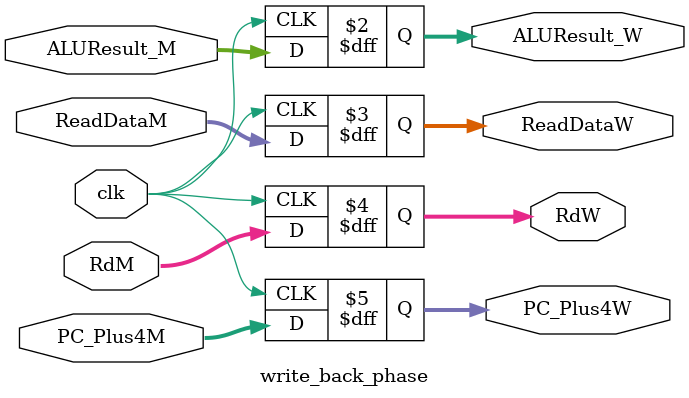
<source format=sv>
module write_back_phase (
    input clk,
    input logic  [31:0] ALUResult_M,
    input logic  [31:0] ReadDataM,
    input logic  [4:0]  RdM,
    input logic  [31:0] PC_Plus4M,
    output logic  [31:0] ALUResult_W,
    output logic  [31:0] ReadDataW,
    output logic  [4:0]  RdW,
    output logic  [31:0] PC_Plus4W
);
   always_ff @(posedge clk)
      begin
            ALUResult_W <= ALUResult_M;
            ReadDataW   <= ReadDataM;
            RdW         <= RdM;
            PC_Plus4W   <= PC_Plus4M;
      end
endmodule

</source>
